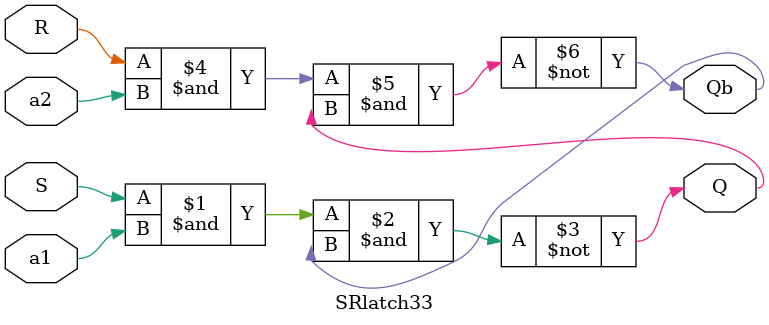
<source format=v>
`timescale 1ns/1ns
module SRlatch22(input S, R, output Q, Qb);
nand #8 N1(Q, S, Qb);
nand #8 N2(Qb, R, Q);
endmodule

module SRlatch32(input S, R, a1, output Q, Qb);
nand #12 N1(Q, S, a1, Qb);
nand #8 N2(Qb, R, Q);
endmodule

module SRlatch33(input S, R, a1, a2, output Q, Qb);
nand #12 N1(Q, S, a1, Qb);
nand #12 N2(Qb, R, a2, Q);
endmodule

</source>
